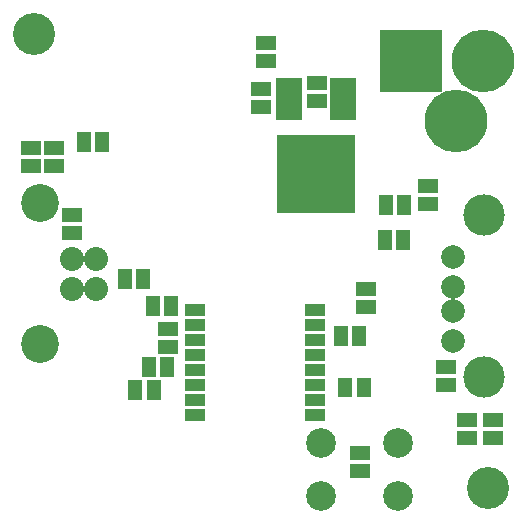
<source format=gts>
%FSLAX34Y34*%
G04 Gerber Fmt 3.4, Leading zero omitted, Abs format*
G04 (created by PCBNEW (2013-11-28 BZR 4510)-product) date Tue 14 Jan 2014 05:10:39 PM EST*
%MOIN*%
G01*
G70*
G90*
G04 APERTURE LIST*
%ADD10C,0.005906*%
%ADD11C,0.079100*%
%ADD12C,0.138100*%
%ADD13C,0.080000*%
%ADD14C,0.126300*%
%ADD15C,0.209000*%
%ADD16R,0.209000X0.209000*%
%ADD17C,0.098700*%
%ADD18C,0.140000*%
%ADD19R,0.065000X0.040000*%
%ADD20R,0.085000X0.140000*%
%ADD21R,0.260000X0.260000*%
%ADD22R,0.051496X0.037717*%
%ADD23R,0.065000X0.045000*%
%ADD24R,0.045000X0.065000*%
G04 APERTURE END LIST*
G54D10*
G54D11*
X82850Y-46950D03*
X82850Y-45950D03*
X82850Y-45150D03*
X82850Y-44150D03*
G54D12*
X83900Y-48150D03*
X83900Y-42750D03*
G54D13*
X70950Y-44200D03*
X70950Y-45200D03*
X70163Y-45200D03*
X70163Y-44200D03*
G54D14*
X69100Y-42338D03*
X69100Y-47062D03*
G54D15*
X83860Y-37620D03*
G54D16*
X81460Y-37620D03*
G54D15*
X82960Y-39620D03*
G54D17*
X78450Y-52106D03*
X81010Y-50334D03*
X81010Y-52106D03*
X78450Y-50334D03*
G54D18*
X84035Y-51860D03*
X68875Y-36700D03*
G54D19*
X74250Y-45900D03*
X74250Y-46400D03*
X74250Y-46900D03*
X74250Y-47400D03*
X74250Y-47900D03*
X74250Y-48400D03*
X74250Y-48900D03*
X74250Y-49400D03*
X78250Y-49400D03*
X78250Y-48900D03*
X78250Y-48400D03*
X78250Y-47900D03*
X78250Y-47400D03*
X78250Y-46900D03*
X78250Y-46400D03*
X78250Y-45900D03*
G54D20*
X79200Y-38880D03*
G54D21*
X78300Y-41380D03*
G54D20*
X77400Y-38880D03*
G54D22*
X72884Y-48422D03*
X72255Y-48422D03*
X72255Y-48737D03*
X72884Y-48737D03*
X79884Y-48332D03*
X79255Y-48332D03*
X79255Y-48647D03*
X79884Y-48647D03*
G54D23*
X68780Y-41100D03*
X68780Y-40500D03*
X73340Y-47150D03*
X73340Y-46550D03*
G54D24*
X73470Y-45770D03*
X72870Y-45770D03*
G54D23*
X76620Y-37610D03*
X76620Y-37010D03*
X76450Y-39160D03*
X76450Y-38560D03*
G54D24*
X80620Y-42400D03*
X81220Y-42400D03*
X79720Y-46780D03*
X79120Y-46780D03*
G54D23*
X83310Y-49580D03*
X83310Y-50180D03*
X78310Y-38960D03*
X78310Y-38360D03*
G54D24*
X72510Y-44870D03*
X71910Y-44870D03*
G54D23*
X70160Y-43350D03*
X70160Y-42750D03*
G54D24*
X80600Y-43575D03*
X81200Y-43575D03*
G54D23*
X82610Y-47800D03*
X82610Y-48400D03*
X69550Y-41100D03*
X69550Y-40500D03*
G54D24*
X71140Y-40300D03*
X70540Y-40300D03*
G54D23*
X82030Y-41770D03*
X82030Y-42370D03*
G54D24*
X72730Y-47810D03*
X73330Y-47810D03*
G54D23*
X79950Y-45210D03*
X79950Y-45810D03*
X79750Y-51270D03*
X79750Y-50670D03*
X84200Y-49580D03*
X84200Y-50180D03*
M02*

</source>
